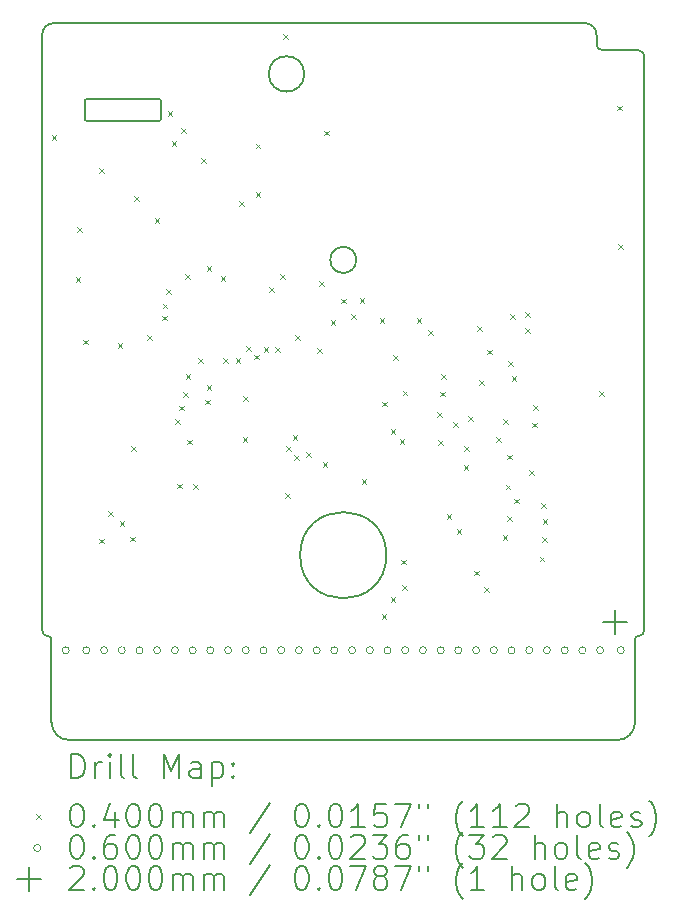
<source format=gbr>
%TF.GenerationSoftware,KiCad,Pcbnew,(6.0.8)*%
%TF.CreationDate,2023-01-17T04:08:50-05:00*%
%TF.ProjectId,DMG-KGDU-10+,444d472d-4b47-4445-952d-31302b2e6b69,rev?*%
%TF.SameCoordinates,Original*%
%TF.FileFunction,Drillmap*%
%TF.FilePolarity,Positive*%
%FSLAX45Y45*%
G04 Gerber Fmt 4.5, Leading zero omitted, Abs format (unit mm)*
G04 Created by KiCad (PCBNEW (6.0.8)) date 2023-01-17 04:08:50*
%MOMM*%
%LPD*%
G01*
G04 APERTURE LIST*
%ADD10C,0.200000*%
%ADD11C,0.040000*%
%ADD12C,0.060000*%
G04 APERTURE END LIST*
D10*
X16762000Y-7160200D02*
X16457000Y-7160200D01*
X16307000Y-6930200D02*
X11811900Y-6930200D01*
X11942044Y-13000156D02*
X16582044Y-13000243D01*
X16407000Y-7030200D02*
X16407000Y-7110200D01*
X11711900Y-7030200D02*
X11712000Y-12070200D01*
X14372000Y-8935200D02*
G75*
G03*
X14372000Y-8935200I-110000J0D01*
G01*
X14627000Y-11435200D02*
G75*
G03*
X14627000Y-11435200I-365000J0D01*
G01*
X16812000Y-12070200D02*
X16812000Y-7210200D01*
X12096900Y-7570200D02*
X12696900Y-7570200D01*
X16757000Y-12120200D02*
G75*
G03*
X16732000Y-12145200I0J-25000D01*
G01*
X12096900Y-7570200D02*
G75*
G03*
X12071900Y-7595200I0J-25000D01*
G01*
X12721900Y-7595200D02*
G75*
G03*
X12696900Y-7570200I-25000J0D01*
G01*
X12696900Y-7760200D02*
G75*
G03*
X12721900Y-7735200I0J25000D01*
G01*
X16582044Y-13000240D02*
G75*
G03*
X16732000Y-12850200I-44J150000D01*
G01*
X16732000Y-12850200D02*
X16732000Y-12145200D01*
X16762000Y-12120200D02*
X16757000Y-12120200D01*
X11792000Y-12850200D02*
X11792000Y-12145200D01*
X11792000Y-12145200D02*
G75*
G03*
X11767000Y-12120200I-25000J0D01*
G01*
X11767000Y-12120200D02*
X11762000Y-12120200D01*
X11712000Y-12070200D02*
G75*
G03*
X11762000Y-12120200I50000J0D01*
G01*
X16407000Y-7030200D02*
G75*
G03*
X16307000Y-6930200I-100000J0D01*
G01*
X16812000Y-7210200D02*
G75*
G03*
X16762000Y-7160200I-50000J0D01*
G01*
X12071900Y-7595200D02*
X12071900Y-7735200D01*
X12071900Y-7735200D02*
G75*
G03*
X12096900Y-7760200I25000J0D01*
G01*
X13931900Y-7360200D02*
G75*
G03*
X13931900Y-7360200I-150000J0D01*
G01*
X12696900Y-7760200D02*
X12096900Y-7760200D01*
X16762000Y-12120200D02*
G75*
G03*
X16812000Y-12070200I0J50000D01*
G01*
X11811900Y-6930200D02*
G75*
G03*
X11711900Y-7030200I0J-100000D01*
G01*
X12721900Y-7595200D02*
X12721900Y-7735200D01*
X11792004Y-12850200D02*
G75*
G03*
X11942044Y-13000156I149996J40D01*
G01*
X16407000Y-7110200D02*
G75*
G03*
X16457000Y-7160200I50000J0D01*
G01*
D11*
X11794302Y-7879654D02*
X11834302Y-7919654D01*
X11834302Y-7879654D02*
X11794302Y-7919654D01*
X11996740Y-9081328D02*
X12036740Y-9121328D01*
X12036740Y-9081328D02*
X11996740Y-9121328D01*
X12011726Y-8659434D02*
X12051726Y-8699434D01*
X12051726Y-8659434D02*
X12011726Y-8699434D01*
X12062500Y-9610000D02*
X12102500Y-9650000D01*
X12102500Y-9610000D02*
X12062500Y-9650000D01*
X12193590Y-8157530D02*
X12233590Y-8197530D01*
X12233590Y-8157530D02*
X12193590Y-8197530D01*
X12198000Y-11295000D02*
X12238000Y-11335000D01*
X12238000Y-11295000D02*
X12198000Y-11335000D01*
X12273000Y-11065000D02*
X12313000Y-11105000D01*
X12313000Y-11065000D02*
X12273000Y-11105000D01*
X12352500Y-9637500D02*
X12392500Y-9677500D01*
X12392500Y-9637500D02*
X12352500Y-9677500D01*
X12369640Y-11146000D02*
X12409640Y-11186000D01*
X12409640Y-11146000D02*
X12369640Y-11186000D01*
X12457110Y-11277360D02*
X12497110Y-11317360D01*
X12497110Y-11277360D02*
X12457110Y-11317360D01*
X12469430Y-10510600D02*
X12509430Y-10550600D01*
X12509430Y-10510600D02*
X12469430Y-10550600D01*
X12493056Y-8392734D02*
X12533056Y-8432734D01*
X12533056Y-8392734D02*
X12493056Y-8432734D01*
X12598940Y-9574490D02*
X12638940Y-9614490D01*
X12638940Y-9574490D02*
X12598940Y-9614490D01*
X12665710Y-8583554D02*
X12705710Y-8623554D01*
X12705710Y-8583554D02*
X12665710Y-8623554D01*
X12728210Y-9407540D02*
X12768210Y-9447540D01*
X12768210Y-9407540D02*
X12728210Y-9447540D01*
X12733490Y-9306150D02*
X12773490Y-9346150D01*
X12773490Y-9306150D02*
X12733490Y-9346150D01*
X12763810Y-9180260D02*
X12803810Y-9220260D01*
X12803810Y-9180260D02*
X12763810Y-9220260D01*
X12775099Y-7677866D02*
X12815099Y-7717866D01*
X12815099Y-7677866D02*
X12775099Y-7717866D01*
X12808778Y-7931724D02*
X12848778Y-7971724D01*
X12848778Y-7931724D02*
X12808778Y-7971724D01*
X12841480Y-10281700D02*
X12881480Y-10321700D01*
X12881480Y-10281700D02*
X12841480Y-10321700D01*
X12853609Y-10828213D02*
X12893609Y-10868213D01*
X12893609Y-10828213D02*
X12853609Y-10868213D01*
X12875180Y-10168110D02*
X12915180Y-10208110D01*
X12915180Y-10168110D02*
X12875180Y-10208110D01*
X12886756Y-7820472D02*
X12926756Y-7860472D01*
X12926756Y-7820472D02*
X12886756Y-7860472D01*
X12907590Y-10053250D02*
X12947590Y-10093250D01*
X12947590Y-10053250D02*
X12907590Y-10093250D01*
X12925110Y-9055674D02*
X12965110Y-9095674D01*
X12965110Y-9055674D02*
X12925110Y-9095674D01*
X12927180Y-9904610D02*
X12967180Y-9944610D01*
X12967180Y-9904610D02*
X12927180Y-9944610D01*
X12938020Y-10456207D02*
X12978020Y-10496207D01*
X12978020Y-10456207D02*
X12938020Y-10496207D01*
X12991363Y-10833061D02*
X13031363Y-10873061D01*
X13031363Y-10833061D02*
X12991363Y-10873061D01*
X13032860Y-9766950D02*
X13072860Y-9806950D01*
X13072860Y-9766950D02*
X13032860Y-9806950D01*
X13059984Y-8075234D02*
X13099984Y-8115234D01*
X13099984Y-8075234D02*
X13059984Y-8115234D01*
X13092190Y-10117820D02*
X13132190Y-10157820D01*
X13132190Y-10117820D02*
X13092190Y-10157820D01*
X13105000Y-8985000D02*
X13145000Y-9025000D01*
X13145000Y-8985000D02*
X13105000Y-9025000D01*
X13106730Y-9997450D02*
X13146730Y-10037450D01*
X13146730Y-9997450D02*
X13106730Y-10037450D01*
X13225000Y-9072500D02*
X13265000Y-9112500D01*
X13265000Y-9072500D02*
X13225000Y-9112500D01*
X13243910Y-9769200D02*
X13283910Y-9809200D01*
X13283910Y-9769200D02*
X13243910Y-9809200D01*
X13352085Y-9764650D02*
X13392085Y-9804650D01*
X13392085Y-9764650D02*
X13352085Y-9804650D01*
X13380000Y-8440000D02*
X13420000Y-8480000D01*
X13420000Y-8440000D02*
X13380000Y-8480000D01*
X13411010Y-10433370D02*
X13451010Y-10473370D01*
X13451010Y-10433370D02*
X13411010Y-10473370D01*
X13413257Y-10086732D02*
X13453257Y-10126732D01*
X13453257Y-10086732D02*
X13413257Y-10126732D01*
X13439032Y-9665171D02*
X13479032Y-9705171D01*
X13479032Y-9665171D02*
X13439032Y-9705171D01*
X13509393Y-9736231D02*
X13549393Y-9776231D01*
X13549393Y-9736231D02*
X13509393Y-9776231D01*
X13520000Y-7950000D02*
X13560000Y-7990000D01*
X13560000Y-7950000D02*
X13520000Y-7990000D01*
X13520000Y-8360000D02*
X13560000Y-8400000D01*
X13560000Y-8360000D02*
X13520000Y-8400000D01*
X13587297Y-9673531D02*
X13627297Y-9713531D01*
X13627297Y-9673531D02*
X13587297Y-9713531D01*
X13634532Y-9164894D02*
X13674532Y-9204894D01*
X13674532Y-9164894D02*
X13634532Y-9204894D01*
X13687279Y-9671559D02*
X13727279Y-9711559D01*
X13727279Y-9671559D02*
X13687279Y-9711559D01*
X13725000Y-9057500D02*
X13765000Y-9097500D01*
X13765000Y-9057500D02*
X13725000Y-9097500D01*
X13754166Y-7024690D02*
X13794166Y-7064690D01*
X13794166Y-7024690D02*
X13754166Y-7064690D01*
X13771810Y-10910580D02*
X13811810Y-10950580D01*
X13811810Y-10910580D02*
X13771810Y-10950580D01*
X13780010Y-10512850D02*
X13820010Y-10552850D01*
X13820010Y-10512850D02*
X13780010Y-10552850D01*
X13834750Y-10418650D02*
X13874750Y-10458650D01*
X13874750Y-10418650D02*
X13834750Y-10458650D01*
X13847430Y-10586910D02*
X13887430Y-10626910D01*
X13887430Y-10586910D02*
X13847430Y-10626910D01*
X13855000Y-9572500D02*
X13895000Y-9612500D01*
X13895000Y-9572500D02*
X13855000Y-9612500D01*
X13947470Y-10560610D02*
X13987470Y-10600610D01*
X13987470Y-10560610D02*
X13947470Y-10600610D01*
X14043000Y-9682000D02*
X14083000Y-9722000D01*
X14083000Y-9682000D02*
X14043000Y-9722000D01*
X14060000Y-9115000D02*
X14100000Y-9155000D01*
X14100000Y-9115000D02*
X14060000Y-9155000D01*
X14087500Y-10650000D02*
X14127500Y-10690000D01*
X14127500Y-10650000D02*
X14087500Y-10690000D01*
X14098520Y-7841419D02*
X14138520Y-7881419D01*
X14138520Y-7841419D02*
X14098520Y-7881419D01*
X14155050Y-9446573D02*
X14195050Y-9486573D01*
X14195050Y-9446573D02*
X14155050Y-9486573D01*
X14242500Y-9262500D02*
X14282500Y-9302500D01*
X14282500Y-9262500D02*
X14242500Y-9302500D01*
X14327500Y-9392500D02*
X14367500Y-9432500D01*
X14367500Y-9392500D02*
X14327500Y-9432500D01*
X14400000Y-9260000D02*
X14440000Y-9300000D01*
X14440000Y-9260000D02*
X14400000Y-9300000D01*
X14416990Y-10790270D02*
X14456990Y-10830270D01*
X14456990Y-10790270D02*
X14416990Y-10830270D01*
X14570000Y-9430000D02*
X14610000Y-9470000D01*
X14610000Y-9430000D02*
X14570000Y-9470000D01*
X14587070Y-11936030D02*
X14627070Y-11976030D01*
X14627070Y-11936030D02*
X14587070Y-11976030D01*
X14592500Y-10135000D02*
X14632500Y-10175000D01*
X14632500Y-10135000D02*
X14592500Y-10175000D01*
X14662500Y-11792500D02*
X14702500Y-11832500D01*
X14702500Y-11792500D02*
X14662500Y-11832500D01*
X14662512Y-10369950D02*
X14702512Y-10409950D01*
X14702512Y-10369950D02*
X14662512Y-10409950D01*
X14682500Y-9742500D02*
X14722500Y-9782500D01*
X14722500Y-9742500D02*
X14682500Y-9782500D01*
X14740000Y-10455000D02*
X14780000Y-10495000D01*
X14780000Y-10455000D02*
X14740000Y-10495000D01*
X14749380Y-11472300D02*
X14789380Y-11512300D01*
X14789380Y-11472300D02*
X14749380Y-11512300D01*
X14758530Y-11690000D02*
X14798530Y-11730000D01*
X14798530Y-11690000D02*
X14758530Y-11730000D01*
X14765000Y-10042500D02*
X14805000Y-10082500D01*
X14805000Y-10042500D02*
X14765000Y-10082500D01*
X14882500Y-9430000D02*
X14922500Y-9470000D01*
X14922500Y-9430000D02*
X14882500Y-9470000D01*
X14980000Y-9530000D02*
X15020000Y-9570000D01*
X15020000Y-9530000D02*
X14980000Y-9570000D01*
X15060000Y-10222500D02*
X15100000Y-10262500D01*
X15100000Y-10222500D02*
X15060000Y-10262500D01*
X15065000Y-10462500D02*
X15105000Y-10502500D01*
X15105000Y-10462500D02*
X15065000Y-10502500D01*
X15082500Y-10050000D02*
X15122500Y-10090000D01*
X15122500Y-10050000D02*
X15082500Y-10090000D01*
X15092500Y-9900000D02*
X15132500Y-9940000D01*
X15132500Y-9900000D02*
X15092500Y-9940000D01*
X15137500Y-11087500D02*
X15177500Y-11127500D01*
X15177500Y-11087500D02*
X15137500Y-11127500D01*
X15192500Y-10307500D02*
X15232500Y-10347500D01*
X15232500Y-10307500D02*
X15192500Y-10347500D01*
X15222500Y-11217500D02*
X15262500Y-11257500D01*
X15262500Y-11217500D02*
X15222500Y-11257500D01*
X15282500Y-10672500D02*
X15322500Y-10712500D01*
X15322500Y-10672500D02*
X15282500Y-10712500D01*
X15287500Y-10512500D02*
X15327500Y-10552500D01*
X15327500Y-10512500D02*
X15287500Y-10552500D01*
X15317500Y-10260000D02*
X15357500Y-10300000D01*
X15357500Y-10260000D02*
X15317500Y-10300000D01*
X15372500Y-11565000D02*
X15412500Y-11605000D01*
X15412500Y-11565000D02*
X15372500Y-11605000D01*
X15397500Y-9495000D02*
X15437500Y-9535000D01*
X15437500Y-9495000D02*
X15397500Y-9535000D01*
X15410000Y-9952500D02*
X15450000Y-9992500D01*
X15450000Y-9952500D02*
X15410000Y-9992500D01*
X15452500Y-11705000D02*
X15492500Y-11745000D01*
X15492500Y-11705000D02*
X15452500Y-11745000D01*
X15482500Y-9695000D02*
X15522500Y-9735000D01*
X15522500Y-9695000D02*
X15482500Y-9735000D01*
X15557500Y-10437500D02*
X15597500Y-10477500D01*
X15597500Y-10437500D02*
X15557500Y-10477500D01*
X15612500Y-11265000D02*
X15652500Y-11305000D01*
X15652500Y-11265000D02*
X15612500Y-11305000D01*
X15615000Y-10285000D02*
X15655000Y-10325000D01*
X15655000Y-10285000D02*
X15615000Y-10325000D01*
X15637500Y-10837500D02*
X15677500Y-10877500D01*
X15677500Y-10837500D02*
X15637500Y-10877500D01*
X15647500Y-11107500D02*
X15687500Y-11147500D01*
X15687500Y-11107500D02*
X15647500Y-11147500D01*
X15652500Y-10585000D02*
X15692500Y-10625000D01*
X15692500Y-10585000D02*
X15652500Y-10625000D01*
X15659000Y-9794000D02*
X15699000Y-9834000D01*
X15699000Y-9794000D02*
X15659000Y-9834000D01*
X15672500Y-9392500D02*
X15712500Y-9432500D01*
X15712500Y-9392500D02*
X15672500Y-9432500D01*
X15687000Y-9922000D02*
X15727000Y-9962000D01*
X15727000Y-9922000D02*
X15687000Y-9962000D01*
X15710000Y-10957500D02*
X15750000Y-10997500D01*
X15750000Y-10957500D02*
X15710000Y-10997500D01*
X15800000Y-9375000D02*
X15840000Y-9415000D01*
X15840000Y-9375000D02*
X15800000Y-9415000D01*
X15802500Y-9512500D02*
X15842500Y-9552500D01*
X15842500Y-9512500D02*
X15802500Y-9552500D01*
X15837500Y-10717500D02*
X15877500Y-10757500D01*
X15877500Y-10717500D02*
X15837500Y-10757500D01*
X15862500Y-10312500D02*
X15902500Y-10352500D01*
X15902500Y-10312500D02*
X15862500Y-10352500D01*
X15867500Y-10165000D02*
X15907500Y-10205000D01*
X15907500Y-10165000D02*
X15867500Y-10205000D01*
X15925000Y-11447500D02*
X15965000Y-11487500D01*
X15965000Y-11447500D02*
X15925000Y-11487500D01*
X15940000Y-10995000D02*
X15980000Y-11035000D01*
X15980000Y-10995000D02*
X15940000Y-11035000D01*
X15947450Y-11280000D02*
X15987450Y-11320000D01*
X15987450Y-11280000D02*
X15947450Y-11320000D01*
X15950000Y-11132500D02*
X15990000Y-11172500D01*
X15990000Y-11132500D02*
X15950000Y-11172500D01*
X16430056Y-10046782D02*
X16470056Y-10086782D01*
X16470056Y-10046782D02*
X16430056Y-10086782D01*
X16581440Y-7629210D02*
X16621440Y-7669210D01*
X16621440Y-7629210D02*
X16581440Y-7669210D01*
X16591600Y-8802690D02*
X16631600Y-8842690D01*
X16631600Y-8802690D02*
X16591600Y-8842690D01*
D12*
X11942000Y-12240200D02*
G75*
G03*
X11942000Y-12240200I-30000J0D01*
G01*
X12117000Y-12240200D02*
G75*
G03*
X12117000Y-12240200I-30000J0D01*
G01*
X12267000Y-12240200D02*
G75*
G03*
X12267000Y-12240200I-30000J0D01*
G01*
X12417000Y-12240200D02*
G75*
G03*
X12417000Y-12240200I-30000J0D01*
G01*
X12567000Y-12240200D02*
G75*
G03*
X12567000Y-12240200I-30000J0D01*
G01*
X12717000Y-12240200D02*
G75*
G03*
X12717000Y-12240200I-30000J0D01*
G01*
X12867000Y-12240200D02*
G75*
G03*
X12867000Y-12240200I-30000J0D01*
G01*
X13017000Y-12240200D02*
G75*
G03*
X13017000Y-12240200I-30000J0D01*
G01*
X13167000Y-12240200D02*
G75*
G03*
X13167000Y-12240200I-30000J0D01*
G01*
X13317000Y-12240200D02*
G75*
G03*
X13317000Y-12240200I-30000J0D01*
G01*
X13467000Y-12240200D02*
G75*
G03*
X13467000Y-12240200I-30000J0D01*
G01*
X13617000Y-12240200D02*
G75*
G03*
X13617000Y-12240200I-30000J0D01*
G01*
X13767000Y-12240200D02*
G75*
G03*
X13767000Y-12240200I-30000J0D01*
G01*
X13917000Y-12240200D02*
G75*
G03*
X13917000Y-12240200I-30000J0D01*
G01*
X14067000Y-12240200D02*
G75*
G03*
X14067000Y-12240200I-30000J0D01*
G01*
X14217000Y-12240200D02*
G75*
G03*
X14217000Y-12240200I-30000J0D01*
G01*
X14367000Y-12240200D02*
G75*
G03*
X14367000Y-12240200I-30000J0D01*
G01*
X14517000Y-12240200D02*
G75*
G03*
X14517000Y-12240200I-30000J0D01*
G01*
X14667000Y-12240200D02*
G75*
G03*
X14667000Y-12240200I-30000J0D01*
G01*
X14817000Y-12240200D02*
G75*
G03*
X14817000Y-12240200I-30000J0D01*
G01*
X14967000Y-12240200D02*
G75*
G03*
X14967000Y-12240200I-30000J0D01*
G01*
X15117000Y-12240200D02*
G75*
G03*
X15117000Y-12240200I-30000J0D01*
G01*
X15267000Y-12240200D02*
G75*
G03*
X15267000Y-12240200I-30000J0D01*
G01*
X15417000Y-12240200D02*
G75*
G03*
X15417000Y-12240200I-30000J0D01*
G01*
X15567000Y-12240200D02*
G75*
G03*
X15567000Y-12240200I-30000J0D01*
G01*
X15717000Y-12240200D02*
G75*
G03*
X15717000Y-12240200I-30000J0D01*
G01*
X15867000Y-12240200D02*
G75*
G03*
X15867000Y-12240200I-30000J0D01*
G01*
X16017000Y-12240200D02*
G75*
G03*
X16017000Y-12240200I-30000J0D01*
G01*
X16167000Y-12240200D02*
G75*
G03*
X16167000Y-12240200I-30000J0D01*
G01*
X16317000Y-12240200D02*
G75*
G03*
X16317000Y-12240200I-30000J0D01*
G01*
X16467000Y-12240200D02*
G75*
G03*
X16467000Y-12240200I-30000J0D01*
G01*
X16642000Y-12240200D02*
G75*
G03*
X16642000Y-12240200I-30000J0D01*
G01*
D10*
X16562000Y-11900200D02*
X16562000Y-12100200D01*
X16462000Y-12000200D02*
X16662000Y-12000200D01*
X11959519Y-13320720D02*
X11959519Y-13120720D01*
X12007138Y-13120720D01*
X12035709Y-13130243D01*
X12054757Y-13149291D01*
X12064281Y-13168339D01*
X12073805Y-13206434D01*
X12073805Y-13235005D01*
X12064281Y-13273101D01*
X12054757Y-13292148D01*
X12035709Y-13311196D01*
X12007138Y-13320720D01*
X11959519Y-13320720D01*
X12159519Y-13320720D02*
X12159519Y-13187386D01*
X12159519Y-13225481D02*
X12169043Y-13206434D01*
X12178567Y-13196910D01*
X12197614Y-13187386D01*
X12216662Y-13187386D01*
X12283328Y-13320720D02*
X12283328Y-13187386D01*
X12283328Y-13120720D02*
X12273805Y-13130243D01*
X12283328Y-13139767D01*
X12292852Y-13130243D01*
X12283328Y-13120720D01*
X12283328Y-13139767D01*
X12407138Y-13320720D02*
X12388090Y-13311196D01*
X12378567Y-13292148D01*
X12378567Y-13120720D01*
X12511900Y-13320720D02*
X12492852Y-13311196D01*
X12483328Y-13292148D01*
X12483328Y-13120720D01*
X12740471Y-13320720D02*
X12740471Y-13120720D01*
X12807138Y-13263577D01*
X12873805Y-13120720D01*
X12873805Y-13320720D01*
X13054757Y-13320720D02*
X13054757Y-13215958D01*
X13045233Y-13196910D01*
X13026186Y-13187386D01*
X12988090Y-13187386D01*
X12969043Y-13196910D01*
X13054757Y-13311196D02*
X13035709Y-13320720D01*
X12988090Y-13320720D01*
X12969043Y-13311196D01*
X12959519Y-13292148D01*
X12959519Y-13273101D01*
X12969043Y-13254053D01*
X12988090Y-13244529D01*
X13035709Y-13244529D01*
X13054757Y-13235005D01*
X13149995Y-13187386D02*
X13149995Y-13387386D01*
X13149995Y-13196910D02*
X13169043Y-13187386D01*
X13207138Y-13187386D01*
X13226186Y-13196910D01*
X13235709Y-13206434D01*
X13245233Y-13225481D01*
X13245233Y-13282624D01*
X13235709Y-13301672D01*
X13226186Y-13311196D01*
X13207138Y-13320720D01*
X13169043Y-13320720D01*
X13149995Y-13311196D01*
X13330948Y-13301672D02*
X13340471Y-13311196D01*
X13330948Y-13320720D01*
X13321424Y-13311196D01*
X13330948Y-13301672D01*
X13330948Y-13320720D01*
X13330948Y-13196910D02*
X13340471Y-13206434D01*
X13330948Y-13215958D01*
X13321424Y-13206434D01*
X13330948Y-13196910D01*
X13330948Y-13215958D01*
D11*
X11661900Y-13630243D02*
X11701900Y-13670243D01*
X11701900Y-13630243D02*
X11661900Y-13670243D01*
D10*
X11997614Y-13540720D02*
X12016662Y-13540720D01*
X12035709Y-13550243D01*
X12045233Y-13559767D01*
X12054757Y-13578815D01*
X12064281Y-13616910D01*
X12064281Y-13664529D01*
X12054757Y-13702624D01*
X12045233Y-13721672D01*
X12035709Y-13731196D01*
X12016662Y-13740720D01*
X11997614Y-13740720D01*
X11978567Y-13731196D01*
X11969043Y-13721672D01*
X11959519Y-13702624D01*
X11949995Y-13664529D01*
X11949995Y-13616910D01*
X11959519Y-13578815D01*
X11969043Y-13559767D01*
X11978567Y-13550243D01*
X11997614Y-13540720D01*
X12149995Y-13721672D02*
X12159519Y-13731196D01*
X12149995Y-13740720D01*
X12140471Y-13731196D01*
X12149995Y-13721672D01*
X12149995Y-13740720D01*
X12330948Y-13607386D02*
X12330948Y-13740720D01*
X12283328Y-13531196D02*
X12235709Y-13674053D01*
X12359519Y-13674053D01*
X12473805Y-13540720D02*
X12492852Y-13540720D01*
X12511900Y-13550243D01*
X12521424Y-13559767D01*
X12530948Y-13578815D01*
X12540471Y-13616910D01*
X12540471Y-13664529D01*
X12530948Y-13702624D01*
X12521424Y-13721672D01*
X12511900Y-13731196D01*
X12492852Y-13740720D01*
X12473805Y-13740720D01*
X12454757Y-13731196D01*
X12445233Y-13721672D01*
X12435709Y-13702624D01*
X12426186Y-13664529D01*
X12426186Y-13616910D01*
X12435709Y-13578815D01*
X12445233Y-13559767D01*
X12454757Y-13550243D01*
X12473805Y-13540720D01*
X12664281Y-13540720D02*
X12683328Y-13540720D01*
X12702376Y-13550243D01*
X12711900Y-13559767D01*
X12721424Y-13578815D01*
X12730948Y-13616910D01*
X12730948Y-13664529D01*
X12721424Y-13702624D01*
X12711900Y-13721672D01*
X12702376Y-13731196D01*
X12683328Y-13740720D01*
X12664281Y-13740720D01*
X12645233Y-13731196D01*
X12635709Y-13721672D01*
X12626186Y-13702624D01*
X12616662Y-13664529D01*
X12616662Y-13616910D01*
X12626186Y-13578815D01*
X12635709Y-13559767D01*
X12645233Y-13550243D01*
X12664281Y-13540720D01*
X12816662Y-13740720D02*
X12816662Y-13607386D01*
X12816662Y-13626434D02*
X12826186Y-13616910D01*
X12845233Y-13607386D01*
X12873805Y-13607386D01*
X12892852Y-13616910D01*
X12902376Y-13635958D01*
X12902376Y-13740720D01*
X12902376Y-13635958D02*
X12911900Y-13616910D01*
X12930948Y-13607386D01*
X12959519Y-13607386D01*
X12978567Y-13616910D01*
X12988090Y-13635958D01*
X12988090Y-13740720D01*
X13083328Y-13740720D02*
X13083328Y-13607386D01*
X13083328Y-13626434D02*
X13092852Y-13616910D01*
X13111900Y-13607386D01*
X13140471Y-13607386D01*
X13159519Y-13616910D01*
X13169043Y-13635958D01*
X13169043Y-13740720D01*
X13169043Y-13635958D02*
X13178567Y-13616910D01*
X13197614Y-13607386D01*
X13226186Y-13607386D01*
X13245233Y-13616910D01*
X13254757Y-13635958D01*
X13254757Y-13740720D01*
X13645233Y-13531196D02*
X13473805Y-13788339D01*
X13902376Y-13540720D02*
X13921424Y-13540720D01*
X13940471Y-13550243D01*
X13949995Y-13559767D01*
X13959519Y-13578815D01*
X13969043Y-13616910D01*
X13969043Y-13664529D01*
X13959519Y-13702624D01*
X13949995Y-13721672D01*
X13940471Y-13731196D01*
X13921424Y-13740720D01*
X13902376Y-13740720D01*
X13883328Y-13731196D01*
X13873805Y-13721672D01*
X13864281Y-13702624D01*
X13854757Y-13664529D01*
X13854757Y-13616910D01*
X13864281Y-13578815D01*
X13873805Y-13559767D01*
X13883328Y-13550243D01*
X13902376Y-13540720D01*
X14054757Y-13721672D02*
X14064281Y-13731196D01*
X14054757Y-13740720D01*
X14045233Y-13731196D01*
X14054757Y-13721672D01*
X14054757Y-13740720D01*
X14188090Y-13540720D02*
X14207138Y-13540720D01*
X14226186Y-13550243D01*
X14235709Y-13559767D01*
X14245233Y-13578815D01*
X14254757Y-13616910D01*
X14254757Y-13664529D01*
X14245233Y-13702624D01*
X14235709Y-13721672D01*
X14226186Y-13731196D01*
X14207138Y-13740720D01*
X14188090Y-13740720D01*
X14169043Y-13731196D01*
X14159519Y-13721672D01*
X14149995Y-13702624D01*
X14140471Y-13664529D01*
X14140471Y-13616910D01*
X14149995Y-13578815D01*
X14159519Y-13559767D01*
X14169043Y-13550243D01*
X14188090Y-13540720D01*
X14445233Y-13740720D02*
X14330948Y-13740720D01*
X14388090Y-13740720D02*
X14388090Y-13540720D01*
X14369043Y-13569291D01*
X14349995Y-13588339D01*
X14330948Y-13597862D01*
X14626186Y-13540720D02*
X14530948Y-13540720D01*
X14521424Y-13635958D01*
X14530948Y-13626434D01*
X14549995Y-13616910D01*
X14597614Y-13616910D01*
X14616662Y-13626434D01*
X14626186Y-13635958D01*
X14635709Y-13655005D01*
X14635709Y-13702624D01*
X14626186Y-13721672D01*
X14616662Y-13731196D01*
X14597614Y-13740720D01*
X14549995Y-13740720D01*
X14530948Y-13731196D01*
X14521424Y-13721672D01*
X14702376Y-13540720D02*
X14835709Y-13540720D01*
X14749995Y-13740720D01*
X14902376Y-13540720D02*
X14902376Y-13578815D01*
X14978567Y-13540720D02*
X14978567Y-13578815D01*
X15273805Y-13816910D02*
X15264281Y-13807386D01*
X15245233Y-13778815D01*
X15235709Y-13759767D01*
X15226186Y-13731196D01*
X15216662Y-13683577D01*
X15216662Y-13645481D01*
X15226186Y-13597862D01*
X15235709Y-13569291D01*
X15245233Y-13550243D01*
X15264281Y-13521672D01*
X15273805Y-13512148D01*
X15454757Y-13740720D02*
X15340471Y-13740720D01*
X15397614Y-13740720D02*
X15397614Y-13540720D01*
X15378567Y-13569291D01*
X15359519Y-13588339D01*
X15340471Y-13597862D01*
X15645233Y-13740720D02*
X15530948Y-13740720D01*
X15588090Y-13740720D02*
X15588090Y-13540720D01*
X15569043Y-13569291D01*
X15549995Y-13588339D01*
X15530948Y-13597862D01*
X15721424Y-13559767D02*
X15730948Y-13550243D01*
X15749995Y-13540720D01*
X15797614Y-13540720D01*
X15816662Y-13550243D01*
X15826186Y-13559767D01*
X15835709Y-13578815D01*
X15835709Y-13597862D01*
X15826186Y-13626434D01*
X15711900Y-13740720D01*
X15835709Y-13740720D01*
X16073805Y-13740720D02*
X16073805Y-13540720D01*
X16159519Y-13740720D02*
X16159519Y-13635958D01*
X16149995Y-13616910D01*
X16130948Y-13607386D01*
X16102376Y-13607386D01*
X16083328Y-13616910D01*
X16073805Y-13626434D01*
X16283328Y-13740720D02*
X16264281Y-13731196D01*
X16254757Y-13721672D01*
X16245233Y-13702624D01*
X16245233Y-13645481D01*
X16254757Y-13626434D01*
X16264281Y-13616910D01*
X16283328Y-13607386D01*
X16311900Y-13607386D01*
X16330948Y-13616910D01*
X16340471Y-13626434D01*
X16349995Y-13645481D01*
X16349995Y-13702624D01*
X16340471Y-13721672D01*
X16330948Y-13731196D01*
X16311900Y-13740720D01*
X16283328Y-13740720D01*
X16464281Y-13740720D02*
X16445233Y-13731196D01*
X16435709Y-13712148D01*
X16435709Y-13540720D01*
X16616662Y-13731196D02*
X16597614Y-13740720D01*
X16559519Y-13740720D01*
X16540471Y-13731196D01*
X16530948Y-13712148D01*
X16530948Y-13635958D01*
X16540471Y-13616910D01*
X16559519Y-13607386D01*
X16597614Y-13607386D01*
X16616662Y-13616910D01*
X16626186Y-13635958D01*
X16626186Y-13655005D01*
X16530948Y-13674053D01*
X16702376Y-13731196D02*
X16721424Y-13740720D01*
X16759519Y-13740720D01*
X16778567Y-13731196D01*
X16788090Y-13712148D01*
X16788090Y-13702624D01*
X16778567Y-13683577D01*
X16759519Y-13674053D01*
X16730948Y-13674053D01*
X16711900Y-13664529D01*
X16702376Y-13645481D01*
X16702376Y-13635958D01*
X16711900Y-13616910D01*
X16730948Y-13607386D01*
X16759519Y-13607386D01*
X16778567Y-13616910D01*
X16854757Y-13816910D02*
X16864281Y-13807386D01*
X16883329Y-13778815D01*
X16892852Y-13759767D01*
X16902376Y-13731196D01*
X16911900Y-13683577D01*
X16911900Y-13645481D01*
X16902376Y-13597862D01*
X16892852Y-13569291D01*
X16883329Y-13550243D01*
X16864281Y-13521672D01*
X16854757Y-13512148D01*
D12*
X11701900Y-13914243D02*
G75*
G03*
X11701900Y-13914243I-30000J0D01*
G01*
D10*
X11997614Y-13804720D02*
X12016662Y-13804720D01*
X12035709Y-13814243D01*
X12045233Y-13823767D01*
X12054757Y-13842815D01*
X12064281Y-13880910D01*
X12064281Y-13928529D01*
X12054757Y-13966624D01*
X12045233Y-13985672D01*
X12035709Y-13995196D01*
X12016662Y-14004720D01*
X11997614Y-14004720D01*
X11978567Y-13995196D01*
X11969043Y-13985672D01*
X11959519Y-13966624D01*
X11949995Y-13928529D01*
X11949995Y-13880910D01*
X11959519Y-13842815D01*
X11969043Y-13823767D01*
X11978567Y-13814243D01*
X11997614Y-13804720D01*
X12149995Y-13985672D02*
X12159519Y-13995196D01*
X12149995Y-14004720D01*
X12140471Y-13995196D01*
X12149995Y-13985672D01*
X12149995Y-14004720D01*
X12330948Y-13804720D02*
X12292852Y-13804720D01*
X12273805Y-13814243D01*
X12264281Y-13823767D01*
X12245233Y-13852339D01*
X12235709Y-13890434D01*
X12235709Y-13966624D01*
X12245233Y-13985672D01*
X12254757Y-13995196D01*
X12273805Y-14004720D01*
X12311900Y-14004720D01*
X12330948Y-13995196D01*
X12340471Y-13985672D01*
X12349995Y-13966624D01*
X12349995Y-13919005D01*
X12340471Y-13899958D01*
X12330948Y-13890434D01*
X12311900Y-13880910D01*
X12273805Y-13880910D01*
X12254757Y-13890434D01*
X12245233Y-13899958D01*
X12235709Y-13919005D01*
X12473805Y-13804720D02*
X12492852Y-13804720D01*
X12511900Y-13814243D01*
X12521424Y-13823767D01*
X12530948Y-13842815D01*
X12540471Y-13880910D01*
X12540471Y-13928529D01*
X12530948Y-13966624D01*
X12521424Y-13985672D01*
X12511900Y-13995196D01*
X12492852Y-14004720D01*
X12473805Y-14004720D01*
X12454757Y-13995196D01*
X12445233Y-13985672D01*
X12435709Y-13966624D01*
X12426186Y-13928529D01*
X12426186Y-13880910D01*
X12435709Y-13842815D01*
X12445233Y-13823767D01*
X12454757Y-13814243D01*
X12473805Y-13804720D01*
X12664281Y-13804720D02*
X12683328Y-13804720D01*
X12702376Y-13814243D01*
X12711900Y-13823767D01*
X12721424Y-13842815D01*
X12730948Y-13880910D01*
X12730948Y-13928529D01*
X12721424Y-13966624D01*
X12711900Y-13985672D01*
X12702376Y-13995196D01*
X12683328Y-14004720D01*
X12664281Y-14004720D01*
X12645233Y-13995196D01*
X12635709Y-13985672D01*
X12626186Y-13966624D01*
X12616662Y-13928529D01*
X12616662Y-13880910D01*
X12626186Y-13842815D01*
X12635709Y-13823767D01*
X12645233Y-13814243D01*
X12664281Y-13804720D01*
X12816662Y-14004720D02*
X12816662Y-13871386D01*
X12816662Y-13890434D02*
X12826186Y-13880910D01*
X12845233Y-13871386D01*
X12873805Y-13871386D01*
X12892852Y-13880910D01*
X12902376Y-13899958D01*
X12902376Y-14004720D01*
X12902376Y-13899958D02*
X12911900Y-13880910D01*
X12930948Y-13871386D01*
X12959519Y-13871386D01*
X12978567Y-13880910D01*
X12988090Y-13899958D01*
X12988090Y-14004720D01*
X13083328Y-14004720D02*
X13083328Y-13871386D01*
X13083328Y-13890434D02*
X13092852Y-13880910D01*
X13111900Y-13871386D01*
X13140471Y-13871386D01*
X13159519Y-13880910D01*
X13169043Y-13899958D01*
X13169043Y-14004720D01*
X13169043Y-13899958D02*
X13178567Y-13880910D01*
X13197614Y-13871386D01*
X13226186Y-13871386D01*
X13245233Y-13880910D01*
X13254757Y-13899958D01*
X13254757Y-14004720D01*
X13645233Y-13795196D02*
X13473805Y-14052339D01*
X13902376Y-13804720D02*
X13921424Y-13804720D01*
X13940471Y-13814243D01*
X13949995Y-13823767D01*
X13959519Y-13842815D01*
X13969043Y-13880910D01*
X13969043Y-13928529D01*
X13959519Y-13966624D01*
X13949995Y-13985672D01*
X13940471Y-13995196D01*
X13921424Y-14004720D01*
X13902376Y-14004720D01*
X13883328Y-13995196D01*
X13873805Y-13985672D01*
X13864281Y-13966624D01*
X13854757Y-13928529D01*
X13854757Y-13880910D01*
X13864281Y-13842815D01*
X13873805Y-13823767D01*
X13883328Y-13814243D01*
X13902376Y-13804720D01*
X14054757Y-13985672D02*
X14064281Y-13995196D01*
X14054757Y-14004720D01*
X14045233Y-13995196D01*
X14054757Y-13985672D01*
X14054757Y-14004720D01*
X14188090Y-13804720D02*
X14207138Y-13804720D01*
X14226186Y-13814243D01*
X14235709Y-13823767D01*
X14245233Y-13842815D01*
X14254757Y-13880910D01*
X14254757Y-13928529D01*
X14245233Y-13966624D01*
X14235709Y-13985672D01*
X14226186Y-13995196D01*
X14207138Y-14004720D01*
X14188090Y-14004720D01*
X14169043Y-13995196D01*
X14159519Y-13985672D01*
X14149995Y-13966624D01*
X14140471Y-13928529D01*
X14140471Y-13880910D01*
X14149995Y-13842815D01*
X14159519Y-13823767D01*
X14169043Y-13814243D01*
X14188090Y-13804720D01*
X14330948Y-13823767D02*
X14340471Y-13814243D01*
X14359519Y-13804720D01*
X14407138Y-13804720D01*
X14426186Y-13814243D01*
X14435709Y-13823767D01*
X14445233Y-13842815D01*
X14445233Y-13861862D01*
X14435709Y-13890434D01*
X14321424Y-14004720D01*
X14445233Y-14004720D01*
X14511900Y-13804720D02*
X14635709Y-13804720D01*
X14569043Y-13880910D01*
X14597614Y-13880910D01*
X14616662Y-13890434D01*
X14626186Y-13899958D01*
X14635709Y-13919005D01*
X14635709Y-13966624D01*
X14626186Y-13985672D01*
X14616662Y-13995196D01*
X14597614Y-14004720D01*
X14540471Y-14004720D01*
X14521424Y-13995196D01*
X14511900Y-13985672D01*
X14807138Y-13804720D02*
X14769043Y-13804720D01*
X14749995Y-13814243D01*
X14740471Y-13823767D01*
X14721424Y-13852339D01*
X14711900Y-13890434D01*
X14711900Y-13966624D01*
X14721424Y-13985672D01*
X14730948Y-13995196D01*
X14749995Y-14004720D01*
X14788090Y-14004720D01*
X14807138Y-13995196D01*
X14816662Y-13985672D01*
X14826186Y-13966624D01*
X14826186Y-13919005D01*
X14816662Y-13899958D01*
X14807138Y-13890434D01*
X14788090Y-13880910D01*
X14749995Y-13880910D01*
X14730948Y-13890434D01*
X14721424Y-13899958D01*
X14711900Y-13919005D01*
X14902376Y-13804720D02*
X14902376Y-13842815D01*
X14978567Y-13804720D02*
X14978567Y-13842815D01*
X15273805Y-14080910D02*
X15264281Y-14071386D01*
X15245233Y-14042815D01*
X15235709Y-14023767D01*
X15226186Y-13995196D01*
X15216662Y-13947577D01*
X15216662Y-13909481D01*
X15226186Y-13861862D01*
X15235709Y-13833291D01*
X15245233Y-13814243D01*
X15264281Y-13785672D01*
X15273805Y-13776148D01*
X15330948Y-13804720D02*
X15454757Y-13804720D01*
X15388090Y-13880910D01*
X15416662Y-13880910D01*
X15435709Y-13890434D01*
X15445233Y-13899958D01*
X15454757Y-13919005D01*
X15454757Y-13966624D01*
X15445233Y-13985672D01*
X15435709Y-13995196D01*
X15416662Y-14004720D01*
X15359519Y-14004720D01*
X15340471Y-13995196D01*
X15330948Y-13985672D01*
X15530948Y-13823767D02*
X15540471Y-13814243D01*
X15559519Y-13804720D01*
X15607138Y-13804720D01*
X15626186Y-13814243D01*
X15635709Y-13823767D01*
X15645233Y-13842815D01*
X15645233Y-13861862D01*
X15635709Y-13890434D01*
X15521424Y-14004720D01*
X15645233Y-14004720D01*
X15883328Y-14004720D02*
X15883328Y-13804720D01*
X15969043Y-14004720D02*
X15969043Y-13899958D01*
X15959519Y-13880910D01*
X15940471Y-13871386D01*
X15911900Y-13871386D01*
X15892852Y-13880910D01*
X15883328Y-13890434D01*
X16092852Y-14004720D02*
X16073805Y-13995196D01*
X16064281Y-13985672D01*
X16054757Y-13966624D01*
X16054757Y-13909481D01*
X16064281Y-13890434D01*
X16073805Y-13880910D01*
X16092852Y-13871386D01*
X16121424Y-13871386D01*
X16140471Y-13880910D01*
X16149995Y-13890434D01*
X16159519Y-13909481D01*
X16159519Y-13966624D01*
X16149995Y-13985672D01*
X16140471Y-13995196D01*
X16121424Y-14004720D01*
X16092852Y-14004720D01*
X16273805Y-14004720D02*
X16254757Y-13995196D01*
X16245233Y-13976148D01*
X16245233Y-13804720D01*
X16426186Y-13995196D02*
X16407138Y-14004720D01*
X16369043Y-14004720D01*
X16349995Y-13995196D01*
X16340471Y-13976148D01*
X16340471Y-13899958D01*
X16349995Y-13880910D01*
X16369043Y-13871386D01*
X16407138Y-13871386D01*
X16426186Y-13880910D01*
X16435709Y-13899958D01*
X16435709Y-13919005D01*
X16340471Y-13938053D01*
X16511900Y-13995196D02*
X16530948Y-14004720D01*
X16569043Y-14004720D01*
X16588090Y-13995196D01*
X16597614Y-13976148D01*
X16597614Y-13966624D01*
X16588090Y-13947577D01*
X16569043Y-13938053D01*
X16540471Y-13938053D01*
X16521424Y-13928529D01*
X16511900Y-13909481D01*
X16511900Y-13899958D01*
X16521424Y-13880910D01*
X16540471Y-13871386D01*
X16569043Y-13871386D01*
X16588090Y-13880910D01*
X16664281Y-14080910D02*
X16673805Y-14071386D01*
X16692852Y-14042815D01*
X16702376Y-14023767D01*
X16711900Y-13995196D01*
X16721424Y-13947577D01*
X16721424Y-13909481D01*
X16711900Y-13861862D01*
X16702376Y-13833291D01*
X16692852Y-13814243D01*
X16673805Y-13785672D01*
X16664281Y-13776148D01*
X11601900Y-14078243D02*
X11601900Y-14278243D01*
X11501900Y-14178243D02*
X11701900Y-14178243D01*
X11949995Y-14087767D02*
X11959519Y-14078243D01*
X11978567Y-14068720D01*
X12026186Y-14068720D01*
X12045233Y-14078243D01*
X12054757Y-14087767D01*
X12064281Y-14106815D01*
X12064281Y-14125862D01*
X12054757Y-14154434D01*
X11940471Y-14268720D01*
X12064281Y-14268720D01*
X12149995Y-14249672D02*
X12159519Y-14259196D01*
X12149995Y-14268720D01*
X12140471Y-14259196D01*
X12149995Y-14249672D01*
X12149995Y-14268720D01*
X12283328Y-14068720D02*
X12302376Y-14068720D01*
X12321424Y-14078243D01*
X12330948Y-14087767D01*
X12340471Y-14106815D01*
X12349995Y-14144910D01*
X12349995Y-14192529D01*
X12340471Y-14230624D01*
X12330948Y-14249672D01*
X12321424Y-14259196D01*
X12302376Y-14268720D01*
X12283328Y-14268720D01*
X12264281Y-14259196D01*
X12254757Y-14249672D01*
X12245233Y-14230624D01*
X12235709Y-14192529D01*
X12235709Y-14144910D01*
X12245233Y-14106815D01*
X12254757Y-14087767D01*
X12264281Y-14078243D01*
X12283328Y-14068720D01*
X12473805Y-14068720D02*
X12492852Y-14068720D01*
X12511900Y-14078243D01*
X12521424Y-14087767D01*
X12530948Y-14106815D01*
X12540471Y-14144910D01*
X12540471Y-14192529D01*
X12530948Y-14230624D01*
X12521424Y-14249672D01*
X12511900Y-14259196D01*
X12492852Y-14268720D01*
X12473805Y-14268720D01*
X12454757Y-14259196D01*
X12445233Y-14249672D01*
X12435709Y-14230624D01*
X12426186Y-14192529D01*
X12426186Y-14144910D01*
X12435709Y-14106815D01*
X12445233Y-14087767D01*
X12454757Y-14078243D01*
X12473805Y-14068720D01*
X12664281Y-14068720D02*
X12683328Y-14068720D01*
X12702376Y-14078243D01*
X12711900Y-14087767D01*
X12721424Y-14106815D01*
X12730948Y-14144910D01*
X12730948Y-14192529D01*
X12721424Y-14230624D01*
X12711900Y-14249672D01*
X12702376Y-14259196D01*
X12683328Y-14268720D01*
X12664281Y-14268720D01*
X12645233Y-14259196D01*
X12635709Y-14249672D01*
X12626186Y-14230624D01*
X12616662Y-14192529D01*
X12616662Y-14144910D01*
X12626186Y-14106815D01*
X12635709Y-14087767D01*
X12645233Y-14078243D01*
X12664281Y-14068720D01*
X12816662Y-14268720D02*
X12816662Y-14135386D01*
X12816662Y-14154434D02*
X12826186Y-14144910D01*
X12845233Y-14135386D01*
X12873805Y-14135386D01*
X12892852Y-14144910D01*
X12902376Y-14163958D01*
X12902376Y-14268720D01*
X12902376Y-14163958D02*
X12911900Y-14144910D01*
X12930948Y-14135386D01*
X12959519Y-14135386D01*
X12978567Y-14144910D01*
X12988090Y-14163958D01*
X12988090Y-14268720D01*
X13083328Y-14268720D02*
X13083328Y-14135386D01*
X13083328Y-14154434D02*
X13092852Y-14144910D01*
X13111900Y-14135386D01*
X13140471Y-14135386D01*
X13159519Y-14144910D01*
X13169043Y-14163958D01*
X13169043Y-14268720D01*
X13169043Y-14163958D02*
X13178567Y-14144910D01*
X13197614Y-14135386D01*
X13226186Y-14135386D01*
X13245233Y-14144910D01*
X13254757Y-14163958D01*
X13254757Y-14268720D01*
X13645233Y-14059196D02*
X13473805Y-14316339D01*
X13902376Y-14068720D02*
X13921424Y-14068720D01*
X13940471Y-14078243D01*
X13949995Y-14087767D01*
X13959519Y-14106815D01*
X13969043Y-14144910D01*
X13969043Y-14192529D01*
X13959519Y-14230624D01*
X13949995Y-14249672D01*
X13940471Y-14259196D01*
X13921424Y-14268720D01*
X13902376Y-14268720D01*
X13883328Y-14259196D01*
X13873805Y-14249672D01*
X13864281Y-14230624D01*
X13854757Y-14192529D01*
X13854757Y-14144910D01*
X13864281Y-14106815D01*
X13873805Y-14087767D01*
X13883328Y-14078243D01*
X13902376Y-14068720D01*
X14054757Y-14249672D02*
X14064281Y-14259196D01*
X14054757Y-14268720D01*
X14045233Y-14259196D01*
X14054757Y-14249672D01*
X14054757Y-14268720D01*
X14188090Y-14068720D02*
X14207138Y-14068720D01*
X14226186Y-14078243D01*
X14235709Y-14087767D01*
X14245233Y-14106815D01*
X14254757Y-14144910D01*
X14254757Y-14192529D01*
X14245233Y-14230624D01*
X14235709Y-14249672D01*
X14226186Y-14259196D01*
X14207138Y-14268720D01*
X14188090Y-14268720D01*
X14169043Y-14259196D01*
X14159519Y-14249672D01*
X14149995Y-14230624D01*
X14140471Y-14192529D01*
X14140471Y-14144910D01*
X14149995Y-14106815D01*
X14159519Y-14087767D01*
X14169043Y-14078243D01*
X14188090Y-14068720D01*
X14321424Y-14068720D02*
X14454757Y-14068720D01*
X14369043Y-14268720D01*
X14559519Y-14154434D02*
X14540471Y-14144910D01*
X14530948Y-14135386D01*
X14521424Y-14116339D01*
X14521424Y-14106815D01*
X14530948Y-14087767D01*
X14540471Y-14078243D01*
X14559519Y-14068720D01*
X14597614Y-14068720D01*
X14616662Y-14078243D01*
X14626186Y-14087767D01*
X14635709Y-14106815D01*
X14635709Y-14116339D01*
X14626186Y-14135386D01*
X14616662Y-14144910D01*
X14597614Y-14154434D01*
X14559519Y-14154434D01*
X14540471Y-14163958D01*
X14530948Y-14173481D01*
X14521424Y-14192529D01*
X14521424Y-14230624D01*
X14530948Y-14249672D01*
X14540471Y-14259196D01*
X14559519Y-14268720D01*
X14597614Y-14268720D01*
X14616662Y-14259196D01*
X14626186Y-14249672D01*
X14635709Y-14230624D01*
X14635709Y-14192529D01*
X14626186Y-14173481D01*
X14616662Y-14163958D01*
X14597614Y-14154434D01*
X14702376Y-14068720D02*
X14835709Y-14068720D01*
X14749995Y-14268720D01*
X14902376Y-14068720D02*
X14902376Y-14106815D01*
X14978567Y-14068720D02*
X14978567Y-14106815D01*
X15273805Y-14344910D02*
X15264281Y-14335386D01*
X15245233Y-14306815D01*
X15235709Y-14287767D01*
X15226186Y-14259196D01*
X15216662Y-14211577D01*
X15216662Y-14173481D01*
X15226186Y-14125862D01*
X15235709Y-14097291D01*
X15245233Y-14078243D01*
X15264281Y-14049672D01*
X15273805Y-14040148D01*
X15454757Y-14268720D02*
X15340471Y-14268720D01*
X15397614Y-14268720D02*
X15397614Y-14068720D01*
X15378567Y-14097291D01*
X15359519Y-14116339D01*
X15340471Y-14125862D01*
X15692852Y-14268720D02*
X15692852Y-14068720D01*
X15778567Y-14268720D02*
X15778567Y-14163958D01*
X15769043Y-14144910D01*
X15749995Y-14135386D01*
X15721424Y-14135386D01*
X15702376Y-14144910D01*
X15692852Y-14154434D01*
X15902376Y-14268720D02*
X15883328Y-14259196D01*
X15873805Y-14249672D01*
X15864281Y-14230624D01*
X15864281Y-14173481D01*
X15873805Y-14154434D01*
X15883328Y-14144910D01*
X15902376Y-14135386D01*
X15930948Y-14135386D01*
X15949995Y-14144910D01*
X15959519Y-14154434D01*
X15969043Y-14173481D01*
X15969043Y-14230624D01*
X15959519Y-14249672D01*
X15949995Y-14259196D01*
X15930948Y-14268720D01*
X15902376Y-14268720D01*
X16083328Y-14268720D02*
X16064281Y-14259196D01*
X16054757Y-14240148D01*
X16054757Y-14068720D01*
X16235709Y-14259196D02*
X16216662Y-14268720D01*
X16178567Y-14268720D01*
X16159519Y-14259196D01*
X16149995Y-14240148D01*
X16149995Y-14163958D01*
X16159519Y-14144910D01*
X16178567Y-14135386D01*
X16216662Y-14135386D01*
X16235709Y-14144910D01*
X16245233Y-14163958D01*
X16245233Y-14183005D01*
X16149995Y-14202053D01*
X16311900Y-14344910D02*
X16321424Y-14335386D01*
X16340471Y-14306815D01*
X16349995Y-14287767D01*
X16359519Y-14259196D01*
X16369043Y-14211577D01*
X16369043Y-14173481D01*
X16359519Y-14125862D01*
X16349995Y-14097291D01*
X16340471Y-14078243D01*
X16321424Y-14049672D01*
X16311900Y-14040148D01*
M02*

</source>
